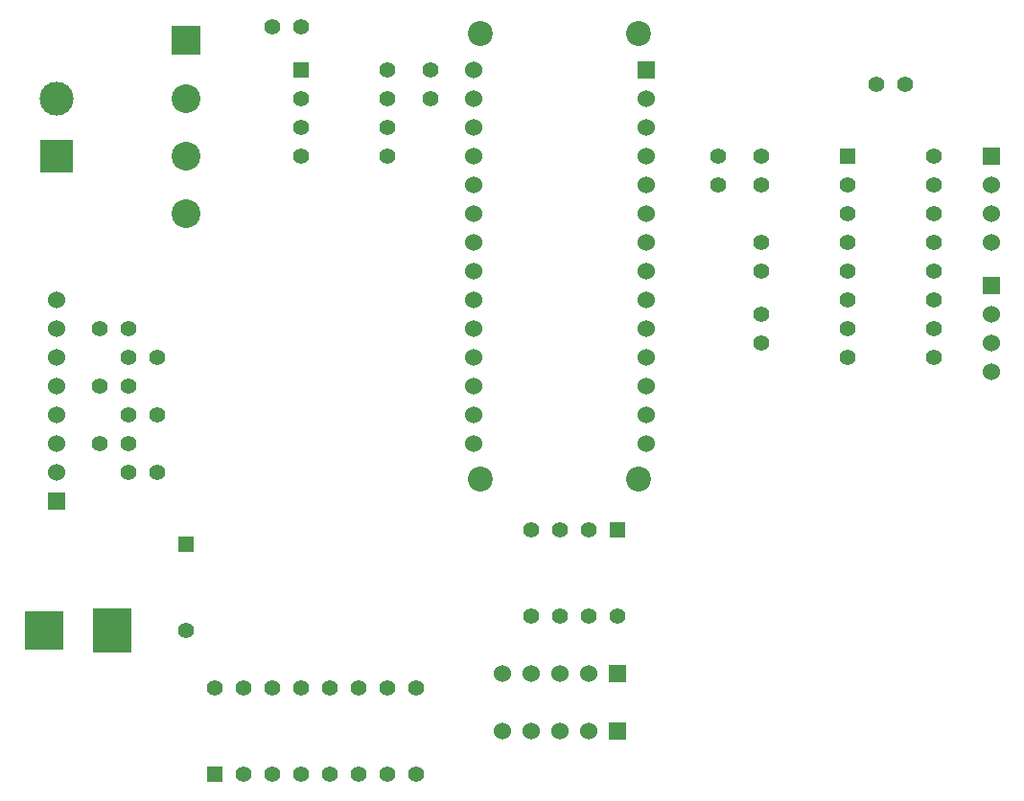
<source format=gbs>
G04 (created by PCBNEW (2013-june-11)-stable) date Sat 16 Jun 2018 15:02:10 EDT*
%MOIN*%
G04 Gerber Fmt 3.4, Leading zero omitted, Abs format*
%FSLAX34Y34*%
G01*
G70*
G90*
G04 APERTURE LIST*
%ADD10C,0.00590551*%
%ADD11R,0.06X0.06*%
%ADD12C,0.06*%
%ADD13C,0.055*%
%ADD14R,0.1181X0.1181*%
%ADD15C,0.1181*%
%ADD16C,0.0866142*%
%ADD17R,0.1X0.1*%
%ADD18C,0.1*%
%ADD19R,0.056X0.056*%
%ADD20C,0.056*%
%ADD21R,0.055X0.055*%
%ADD22R,0.1378X0.15748*%
%ADD23R,0.1378X0.1378*%
G04 APERTURE END LIST*
G54D10*
G54D11*
X35000Y-67000D03*
G54D12*
X35000Y-66000D03*
X35000Y-65000D03*
X35000Y-64000D03*
X35000Y-63000D03*
X35000Y-62000D03*
X35000Y-61000D03*
X35000Y-60000D03*
G54D13*
X36500Y-61000D03*
X37500Y-61000D03*
X37500Y-62000D03*
X38500Y-62000D03*
X36500Y-63000D03*
X37500Y-63000D03*
X37500Y-64000D03*
X38500Y-64000D03*
X36500Y-65000D03*
X37500Y-65000D03*
X37500Y-66000D03*
X38500Y-66000D03*
X48000Y-52000D03*
X48000Y-53000D03*
X42500Y-50500D03*
X43500Y-50500D03*
G54D11*
X54500Y-75000D03*
G54D12*
X53500Y-75000D03*
X52500Y-75000D03*
X51500Y-75000D03*
X50500Y-75000D03*
G54D11*
X54500Y-73000D03*
G54D12*
X53500Y-73000D03*
X52500Y-73000D03*
X51500Y-73000D03*
X50500Y-73000D03*
G54D11*
X67500Y-55000D03*
G54D12*
X67500Y-56000D03*
X67500Y-57000D03*
X67500Y-58000D03*
G54D11*
X67500Y-59500D03*
G54D12*
X67500Y-60500D03*
X67500Y-61500D03*
X67500Y-62500D03*
G54D14*
X35000Y-55000D03*
G54D15*
X35000Y-53000D03*
G54D16*
X55250Y-50750D03*
X49750Y-50750D03*
X55250Y-66250D03*
X49750Y-66250D03*
G54D12*
X55503Y-58000D03*
X55503Y-57000D03*
X55503Y-56000D03*
X55503Y-55000D03*
X55503Y-54000D03*
X55503Y-53000D03*
G54D11*
X55503Y-52000D03*
G54D12*
X55503Y-59000D03*
X55503Y-60000D03*
X55503Y-61000D03*
X55503Y-62000D03*
X55503Y-63000D03*
X55503Y-64000D03*
X55503Y-65000D03*
X49496Y-65000D03*
X49496Y-64000D03*
X49496Y-63000D03*
X49496Y-62000D03*
X49496Y-61000D03*
X49496Y-60000D03*
X49496Y-59000D03*
X49496Y-58000D03*
X49496Y-57000D03*
X49496Y-56000D03*
X49496Y-55000D03*
X49496Y-54000D03*
X49496Y-53000D03*
X49496Y-52000D03*
G54D17*
X39500Y-50988D03*
G54D18*
X39500Y-52996D03*
X39500Y-55003D03*
X39500Y-57011D03*
G54D19*
X39500Y-68500D03*
G54D20*
X39500Y-71500D03*
G54D21*
X43500Y-52000D03*
G54D13*
X43500Y-53000D03*
X43500Y-54000D03*
X43500Y-55000D03*
X46500Y-55000D03*
X46500Y-54000D03*
X46500Y-53000D03*
X46500Y-52000D03*
G54D21*
X54500Y-68000D03*
G54D13*
X53500Y-68000D03*
X52500Y-68000D03*
X51500Y-68000D03*
X51500Y-71000D03*
X52500Y-71000D03*
X53500Y-71000D03*
X54500Y-71000D03*
G54D21*
X62500Y-55000D03*
G54D13*
X62500Y-56000D03*
X62500Y-57000D03*
X62500Y-58000D03*
X62500Y-59000D03*
X62500Y-60000D03*
X62500Y-61000D03*
X62500Y-62000D03*
X65500Y-62000D03*
X65500Y-61000D03*
X65500Y-60000D03*
X65500Y-59000D03*
X65500Y-58000D03*
X65500Y-57000D03*
X65500Y-56000D03*
X65500Y-55000D03*
X59500Y-55000D03*
X59500Y-56000D03*
X59500Y-58000D03*
X59500Y-59000D03*
X58000Y-55000D03*
X58000Y-56000D03*
X59500Y-60500D03*
X59500Y-61500D03*
X64500Y-52500D03*
X63500Y-52500D03*
G54D22*
X36940Y-71500D03*
G54D23*
X34578Y-71500D03*
G54D21*
X40500Y-76500D03*
G54D13*
X41500Y-76500D03*
X42500Y-76500D03*
X43500Y-76500D03*
X44500Y-76500D03*
X45500Y-76500D03*
X46500Y-76500D03*
X47500Y-76500D03*
X47500Y-73500D03*
X46500Y-73500D03*
X45500Y-73500D03*
X44500Y-73500D03*
X43500Y-73500D03*
X42500Y-73500D03*
X41500Y-73500D03*
X40500Y-73500D03*
M02*

</source>
